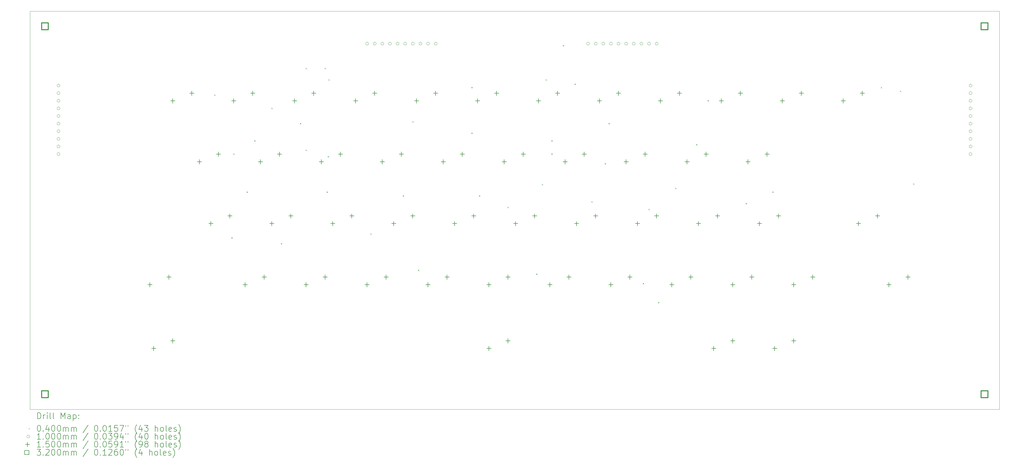
<source format=gbr>
%FSLAX45Y45*%
G04 Gerber Fmt 4.5, Leading zero omitted, Abs format (unit mm)*
G04 Created by KiCad (PCBNEW (6.0.1)) date 2022-07-30 17:19:56*
%MOMM*%
%LPD*%
G01*
G04 APERTURE LIST*
%TA.AperFunction,Profile*%
%ADD10C,0.100000*%
%TD*%
%ADD11C,0.200000*%
%ADD12C,0.040000*%
%ADD13C,0.100000*%
%ADD14C,0.150000*%
%ADD15C,0.320000*%
G04 APERTURE END LIST*
D10*
X4381500Y-9334500D02*
X36703000Y-9334500D01*
X36703000Y-9334500D02*
X36703000Y-22606000D01*
X36703000Y-22606000D02*
X4381500Y-22606000D01*
X4381500Y-22606000D02*
X4381500Y-9334500D01*
D11*
D12*
X10521000Y-12108500D02*
X10561000Y-12148500D01*
X10561000Y-12108500D02*
X10521000Y-12148500D01*
X11092500Y-16871000D02*
X11132500Y-16911000D01*
X11132500Y-16871000D02*
X11092500Y-16911000D01*
X11156000Y-14077000D02*
X11196000Y-14117000D01*
X11196000Y-14077000D02*
X11156000Y-14117000D01*
X11600500Y-15347000D02*
X11640500Y-15387000D01*
X11640500Y-15347000D02*
X11600500Y-15387000D01*
X11854500Y-13632500D02*
X11894500Y-13672500D01*
X11894500Y-13632500D02*
X11854500Y-13672500D01*
X12426000Y-12553000D02*
X12466000Y-12593000D01*
X12466000Y-12553000D02*
X12426000Y-12593000D01*
X12743500Y-17061500D02*
X12783500Y-17101500D01*
X12783500Y-17061500D02*
X12743500Y-17101500D01*
X13378500Y-13061000D02*
X13418500Y-13101000D01*
X13418500Y-13061000D02*
X13378500Y-13101000D01*
X13569000Y-11219500D02*
X13609000Y-11259500D01*
X13609000Y-11219500D02*
X13569000Y-11259500D01*
X13569000Y-13950000D02*
X13609000Y-13990000D01*
X13609000Y-13950000D02*
X13569000Y-13990000D01*
X14204000Y-11219500D02*
X14244000Y-11259500D01*
X14244000Y-11219500D02*
X14204000Y-11259500D01*
X14267500Y-15347000D02*
X14307500Y-15387000D01*
X14307500Y-15347000D02*
X14267500Y-15387000D01*
X14307951Y-14163549D02*
X14347951Y-14203549D01*
X14347951Y-14163549D02*
X14307951Y-14203549D01*
X14331000Y-11600500D02*
X14371000Y-11640500D01*
X14371000Y-11600500D02*
X14331000Y-11640500D01*
X15728000Y-16744000D02*
X15768000Y-16784000D01*
X15768000Y-16744000D02*
X15728000Y-16784000D01*
X16807500Y-15474000D02*
X16847500Y-15514000D01*
X16847500Y-15474000D02*
X16807500Y-15514000D01*
X17125000Y-12997500D02*
X17165000Y-13037500D01*
X17165000Y-12997500D02*
X17125000Y-13037500D01*
X17315500Y-17950500D02*
X17355500Y-17990500D01*
X17355500Y-17950500D02*
X17315500Y-17990500D01*
X19093500Y-11854500D02*
X19133500Y-11894500D01*
X19133500Y-11854500D02*
X19093500Y-11894500D01*
X19093500Y-13378500D02*
X19133500Y-13418500D01*
X19133500Y-13378500D02*
X19093500Y-13418500D01*
X19347500Y-15474000D02*
X19387500Y-15514000D01*
X19387500Y-15474000D02*
X19347500Y-15514000D01*
X20300000Y-15855000D02*
X20340000Y-15895000D01*
X20340000Y-15855000D02*
X20300000Y-15895000D01*
X21252500Y-18077500D02*
X21292500Y-18117500D01*
X21292500Y-18077500D02*
X21252500Y-18117500D01*
X21443000Y-15093000D02*
X21483000Y-15133000D01*
X21483000Y-15093000D02*
X21443000Y-15133000D01*
X21570000Y-11600500D02*
X21610000Y-11640500D01*
X21610000Y-11600500D02*
X21570000Y-11640500D01*
X21760500Y-13632500D02*
X21800500Y-13672500D01*
X21800500Y-13632500D02*
X21760500Y-13672500D01*
X21760500Y-14077000D02*
X21800500Y-14117000D01*
X21800500Y-14077000D02*
X21760500Y-14117000D01*
X22141500Y-10457500D02*
X22181500Y-10497500D01*
X22181500Y-10457500D02*
X22141500Y-10497500D01*
X22531867Y-11747683D02*
X22571867Y-11787683D01*
X22571867Y-11747683D02*
X22531867Y-11787683D01*
X23094000Y-15664500D02*
X23134000Y-15704500D01*
X23134000Y-15664500D02*
X23094000Y-15704500D01*
X23538500Y-14394500D02*
X23578500Y-14434500D01*
X23578500Y-14394500D02*
X23538500Y-14434500D01*
X23665500Y-13061000D02*
X23705500Y-13101000D01*
X23705500Y-13061000D02*
X23665500Y-13101000D01*
X24808500Y-18395000D02*
X24848500Y-18435000D01*
X24848500Y-18395000D02*
X24808500Y-18435000D01*
X24999000Y-15918500D02*
X25039000Y-15958500D01*
X25039000Y-15918500D02*
X24999000Y-15958500D01*
X25316500Y-19030000D02*
X25356500Y-19070000D01*
X25356500Y-19030000D02*
X25316500Y-19070000D01*
X25888000Y-15220000D02*
X25928000Y-15260000D01*
X25928000Y-15220000D02*
X25888000Y-15260000D01*
X26586500Y-13759500D02*
X26626500Y-13799500D01*
X26626500Y-13759500D02*
X26586500Y-13799500D01*
X26967500Y-12299000D02*
X27007500Y-12339000D01*
X27007500Y-12299000D02*
X26967500Y-12339000D01*
X28237500Y-15728000D02*
X28277500Y-15768000D01*
X28277500Y-15728000D02*
X28237500Y-15768000D01*
X29126500Y-15347000D02*
X29166500Y-15387000D01*
X29166500Y-15347000D02*
X29126500Y-15387000D01*
X32746000Y-11854500D02*
X32786000Y-11894500D01*
X32786000Y-11854500D02*
X32746000Y-11894500D01*
X33381000Y-11981500D02*
X33421000Y-12021500D01*
X33421000Y-11981500D02*
X33381000Y-12021500D01*
X33820904Y-15076911D02*
X33860904Y-15116911D01*
X33860904Y-15076911D02*
X33820904Y-15116911D01*
D13*
X5384000Y-11811500D02*
G75*
G03*
X5384000Y-11811500I-50000J0D01*
G01*
X5384000Y-12065500D02*
G75*
G03*
X5384000Y-12065500I-50000J0D01*
G01*
X5384000Y-12319500D02*
G75*
G03*
X5384000Y-12319500I-50000J0D01*
G01*
X5384000Y-12573500D02*
G75*
G03*
X5384000Y-12573500I-50000J0D01*
G01*
X5384000Y-12827500D02*
G75*
G03*
X5384000Y-12827500I-50000J0D01*
G01*
X5384000Y-13081500D02*
G75*
G03*
X5384000Y-13081500I-50000J0D01*
G01*
X5384000Y-13335500D02*
G75*
G03*
X5384000Y-13335500I-50000J0D01*
G01*
X5384000Y-13589500D02*
G75*
G03*
X5384000Y-13589500I-50000J0D01*
G01*
X5384000Y-13843500D02*
G75*
G03*
X5384000Y-13843500I-50000J0D01*
G01*
X5384000Y-14097500D02*
G75*
G03*
X5384000Y-14097500I-50000J0D01*
G01*
X15671000Y-10414000D02*
G75*
G03*
X15671000Y-10414000I-50000J0D01*
G01*
X15925000Y-10414000D02*
G75*
G03*
X15925000Y-10414000I-50000J0D01*
G01*
X16179000Y-10414000D02*
G75*
G03*
X16179000Y-10414000I-50000J0D01*
G01*
X16433000Y-10414000D02*
G75*
G03*
X16433000Y-10414000I-50000J0D01*
G01*
X16687000Y-10414000D02*
G75*
G03*
X16687000Y-10414000I-50000J0D01*
G01*
X16941000Y-10414000D02*
G75*
G03*
X16941000Y-10414000I-50000J0D01*
G01*
X17195000Y-10414000D02*
G75*
G03*
X17195000Y-10414000I-50000J0D01*
G01*
X17449000Y-10414000D02*
G75*
G03*
X17449000Y-10414000I-50000J0D01*
G01*
X17703000Y-10414000D02*
G75*
G03*
X17703000Y-10414000I-50000J0D01*
G01*
X17957000Y-10414000D02*
G75*
G03*
X17957000Y-10414000I-50000J0D01*
G01*
X23037000Y-10414000D02*
G75*
G03*
X23037000Y-10414000I-50000J0D01*
G01*
X23291000Y-10414000D02*
G75*
G03*
X23291000Y-10414000I-50000J0D01*
G01*
X23545000Y-10414000D02*
G75*
G03*
X23545000Y-10414000I-50000J0D01*
G01*
X23799000Y-10414000D02*
G75*
G03*
X23799000Y-10414000I-50000J0D01*
G01*
X24053000Y-10414000D02*
G75*
G03*
X24053000Y-10414000I-50000J0D01*
G01*
X24307000Y-10414000D02*
G75*
G03*
X24307000Y-10414000I-50000J0D01*
G01*
X24561000Y-10414000D02*
G75*
G03*
X24561000Y-10414000I-50000J0D01*
G01*
X24815000Y-10414000D02*
G75*
G03*
X24815000Y-10414000I-50000J0D01*
G01*
X25069000Y-10414000D02*
G75*
G03*
X25069000Y-10414000I-50000J0D01*
G01*
X25323000Y-10414000D02*
G75*
G03*
X25323000Y-10414000I-50000J0D01*
G01*
X35790000Y-11811500D02*
G75*
G03*
X35790000Y-11811500I-50000J0D01*
G01*
X35790000Y-12065500D02*
G75*
G03*
X35790000Y-12065500I-50000J0D01*
G01*
X35790000Y-12319500D02*
G75*
G03*
X35790000Y-12319500I-50000J0D01*
G01*
X35790000Y-12573500D02*
G75*
G03*
X35790000Y-12573500I-50000J0D01*
G01*
X35790000Y-12827500D02*
G75*
G03*
X35790000Y-12827500I-50000J0D01*
G01*
X35790000Y-13081500D02*
G75*
G03*
X35790000Y-13081500I-50000J0D01*
G01*
X35790000Y-13335500D02*
G75*
G03*
X35790000Y-13335500I-50000J0D01*
G01*
X35790000Y-13589500D02*
G75*
G03*
X35790000Y-13589500I-50000J0D01*
G01*
X35790000Y-13843500D02*
G75*
G03*
X35790000Y-13843500I-50000J0D01*
G01*
X35790000Y-14097500D02*
G75*
G03*
X35790000Y-14097500I-50000J0D01*
G01*
D14*
X8382000Y-18379000D02*
X8382000Y-18529000D01*
X8307000Y-18454000D02*
X8457000Y-18454000D01*
X8509000Y-20499000D02*
X8509000Y-20649000D01*
X8434000Y-20574000D02*
X8584000Y-20574000D01*
X9017000Y-18125000D02*
X9017000Y-18275000D01*
X8942000Y-18200000D02*
X9092000Y-18200000D01*
X9144000Y-12244000D02*
X9144000Y-12394000D01*
X9069000Y-12319000D02*
X9219000Y-12319000D01*
X9144000Y-20245000D02*
X9144000Y-20395000D01*
X9069000Y-20320000D02*
X9219000Y-20320000D01*
X9779000Y-11990000D02*
X9779000Y-12140000D01*
X9704000Y-12065000D02*
X9854000Y-12065000D01*
X10033000Y-14276000D02*
X10033000Y-14426000D01*
X9958000Y-14351000D02*
X10108000Y-14351000D01*
X10414000Y-16340000D02*
X10414000Y-16490000D01*
X10339000Y-16415000D02*
X10489000Y-16415000D01*
X10668000Y-14022000D02*
X10668000Y-14172000D01*
X10593000Y-14097000D02*
X10743000Y-14097000D01*
X11049000Y-16086000D02*
X11049000Y-16236000D01*
X10974000Y-16161000D02*
X11124000Y-16161000D01*
X11176000Y-12244000D02*
X11176000Y-12394000D01*
X11101000Y-12319000D02*
X11251000Y-12319000D01*
X11557000Y-18379000D02*
X11557000Y-18529000D01*
X11482000Y-18454000D02*
X11632000Y-18454000D01*
X11811000Y-11990000D02*
X11811000Y-12140000D01*
X11736000Y-12065000D02*
X11886000Y-12065000D01*
X12065000Y-14276000D02*
X12065000Y-14426000D01*
X11990000Y-14351000D02*
X12140000Y-14351000D01*
X12192000Y-18125000D02*
X12192000Y-18275000D01*
X12117000Y-18200000D02*
X12267000Y-18200000D01*
X12446000Y-16340000D02*
X12446000Y-16490000D01*
X12371000Y-16415000D02*
X12521000Y-16415000D01*
X12700000Y-14022000D02*
X12700000Y-14172000D01*
X12625000Y-14097000D02*
X12775000Y-14097000D01*
X13081000Y-16086000D02*
X13081000Y-16236000D01*
X13006000Y-16161000D02*
X13156000Y-16161000D01*
X13208000Y-12244000D02*
X13208000Y-12394000D01*
X13133000Y-12319000D02*
X13283000Y-12319000D01*
X13589000Y-18379000D02*
X13589000Y-18529000D01*
X13514000Y-18454000D02*
X13664000Y-18454000D01*
X13843000Y-11990000D02*
X13843000Y-12140000D01*
X13768000Y-12065000D02*
X13918000Y-12065000D01*
X14097000Y-14276000D02*
X14097000Y-14426000D01*
X14022000Y-14351000D02*
X14172000Y-14351000D01*
X14224000Y-18125000D02*
X14224000Y-18275000D01*
X14149000Y-18200000D02*
X14299000Y-18200000D01*
X14478000Y-16340000D02*
X14478000Y-16490000D01*
X14403000Y-16415000D02*
X14553000Y-16415000D01*
X14732000Y-14022000D02*
X14732000Y-14172000D01*
X14657000Y-14097000D02*
X14807000Y-14097000D01*
X15113000Y-16086000D02*
X15113000Y-16236000D01*
X15038000Y-16161000D02*
X15188000Y-16161000D01*
X15240000Y-12244000D02*
X15240000Y-12394000D01*
X15165000Y-12319000D02*
X15315000Y-12319000D01*
X15621000Y-18379000D02*
X15621000Y-18529000D01*
X15546000Y-18454000D02*
X15696000Y-18454000D01*
X15875000Y-11990000D02*
X15875000Y-12140000D01*
X15800000Y-12065000D02*
X15950000Y-12065000D01*
X16129000Y-14276000D02*
X16129000Y-14426000D01*
X16054000Y-14351000D02*
X16204000Y-14351000D01*
X16256000Y-18125000D02*
X16256000Y-18275000D01*
X16181000Y-18200000D02*
X16331000Y-18200000D01*
X16510000Y-16340000D02*
X16510000Y-16490000D01*
X16435000Y-16415000D02*
X16585000Y-16415000D01*
X16764000Y-14022000D02*
X16764000Y-14172000D01*
X16689000Y-14097000D02*
X16839000Y-14097000D01*
X17145000Y-16086000D02*
X17145000Y-16236000D01*
X17070000Y-16161000D02*
X17220000Y-16161000D01*
X17272000Y-12244000D02*
X17272000Y-12394000D01*
X17197000Y-12319000D02*
X17347000Y-12319000D01*
X17653000Y-18379000D02*
X17653000Y-18529000D01*
X17578000Y-18454000D02*
X17728000Y-18454000D01*
X17907000Y-11990000D02*
X17907000Y-12140000D01*
X17832000Y-12065000D02*
X17982000Y-12065000D01*
X18161000Y-14276000D02*
X18161000Y-14426000D01*
X18086000Y-14351000D02*
X18236000Y-14351000D01*
X18288000Y-18125000D02*
X18288000Y-18275000D01*
X18213000Y-18200000D02*
X18363000Y-18200000D01*
X18542000Y-16340000D02*
X18542000Y-16490000D01*
X18467000Y-16415000D02*
X18617000Y-16415000D01*
X18796000Y-14022000D02*
X18796000Y-14172000D01*
X18721000Y-14097000D02*
X18871000Y-14097000D01*
X19177000Y-16086000D02*
X19177000Y-16236000D01*
X19102000Y-16161000D02*
X19252000Y-16161000D01*
X19304000Y-12244000D02*
X19304000Y-12394000D01*
X19229000Y-12319000D02*
X19379000Y-12319000D01*
X19685000Y-18379000D02*
X19685000Y-18529000D01*
X19610000Y-18454000D02*
X19760000Y-18454000D01*
X19685000Y-20499000D02*
X19685000Y-20649000D01*
X19610000Y-20574000D02*
X19760000Y-20574000D01*
X19939000Y-11990000D02*
X19939000Y-12140000D01*
X19864000Y-12065000D02*
X20014000Y-12065000D01*
X20193000Y-14276000D02*
X20193000Y-14426000D01*
X20118000Y-14351000D02*
X20268000Y-14351000D01*
X20320000Y-18125000D02*
X20320000Y-18275000D01*
X20245000Y-18200000D02*
X20395000Y-18200000D01*
X20320000Y-20245000D02*
X20320000Y-20395000D01*
X20245000Y-20320000D02*
X20395000Y-20320000D01*
X20574000Y-16340000D02*
X20574000Y-16490000D01*
X20499000Y-16415000D02*
X20649000Y-16415000D01*
X20828000Y-14022000D02*
X20828000Y-14172000D01*
X20753000Y-14097000D02*
X20903000Y-14097000D01*
X21209000Y-16086000D02*
X21209000Y-16236000D01*
X21134000Y-16161000D02*
X21284000Y-16161000D01*
X21336000Y-12244000D02*
X21336000Y-12394000D01*
X21261000Y-12319000D02*
X21411000Y-12319000D01*
X21717000Y-18379000D02*
X21717000Y-18529000D01*
X21642000Y-18454000D02*
X21792000Y-18454000D01*
X21971000Y-11990000D02*
X21971000Y-12140000D01*
X21896000Y-12065000D02*
X22046000Y-12065000D01*
X22225000Y-14276000D02*
X22225000Y-14426000D01*
X22150000Y-14351000D02*
X22300000Y-14351000D01*
X22352000Y-18125000D02*
X22352000Y-18275000D01*
X22277000Y-18200000D02*
X22427000Y-18200000D01*
X22606000Y-16340000D02*
X22606000Y-16490000D01*
X22531000Y-16415000D02*
X22681000Y-16415000D01*
X22860000Y-14022000D02*
X22860000Y-14172000D01*
X22785000Y-14097000D02*
X22935000Y-14097000D01*
X23241000Y-16086000D02*
X23241000Y-16236000D01*
X23166000Y-16161000D02*
X23316000Y-16161000D01*
X23368000Y-12244000D02*
X23368000Y-12394000D01*
X23293000Y-12319000D02*
X23443000Y-12319000D01*
X23749000Y-18379000D02*
X23749000Y-18529000D01*
X23674000Y-18454000D02*
X23824000Y-18454000D01*
X24003000Y-11990000D02*
X24003000Y-12140000D01*
X23928000Y-12065000D02*
X24078000Y-12065000D01*
X24257000Y-14276000D02*
X24257000Y-14426000D01*
X24182000Y-14351000D02*
X24332000Y-14351000D01*
X24384000Y-18125000D02*
X24384000Y-18275000D01*
X24309000Y-18200000D02*
X24459000Y-18200000D01*
X24638000Y-16340000D02*
X24638000Y-16490000D01*
X24563000Y-16415000D02*
X24713000Y-16415000D01*
X24892000Y-14022000D02*
X24892000Y-14172000D01*
X24817000Y-14097000D02*
X24967000Y-14097000D01*
X25273000Y-16086000D02*
X25273000Y-16236000D01*
X25198000Y-16161000D02*
X25348000Y-16161000D01*
X25400000Y-12244000D02*
X25400000Y-12394000D01*
X25325000Y-12319000D02*
X25475000Y-12319000D01*
X25781000Y-18379000D02*
X25781000Y-18529000D01*
X25706000Y-18454000D02*
X25856000Y-18454000D01*
X26035000Y-11990000D02*
X26035000Y-12140000D01*
X25960000Y-12065000D02*
X26110000Y-12065000D01*
X26289000Y-14276000D02*
X26289000Y-14426000D01*
X26214000Y-14351000D02*
X26364000Y-14351000D01*
X26416000Y-18125000D02*
X26416000Y-18275000D01*
X26341000Y-18200000D02*
X26491000Y-18200000D01*
X26670000Y-16340000D02*
X26670000Y-16490000D01*
X26595000Y-16415000D02*
X26745000Y-16415000D01*
X26924000Y-14022000D02*
X26924000Y-14172000D01*
X26849000Y-14097000D02*
X26999000Y-14097000D01*
X27178000Y-20499000D02*
X27178000Y-20649000D01*
X27103000Y-20574000D02*
X27253000Y-20574000D01*
X27305000Y-16086000D02*
X27305000Y-16236000D01*
X27230000Y-16161000D02*
X27380000Y-16161000D01*
X27432000Y-12244000D02*
X27432000Y-12394000D01*
X27357000Y-12319000D02*
X27507000Y-12319000D01*
X27813000Y-18379000D02*
X27813000Y-18529000D01*
X27738000Y-18454000D02*
X27888000Y-18454000D01*
X27813000Y-20245000D02*
X27813000Y-20395000D01*
X27738000Y-20320000D02*
X27888000Y-20320000D01*
X28067000Y-11990000D02*
X28067000Y-12140000D01*
X27992000Y-12065000D02*
X28142000Y-12065000D01*
X28321000Y-14276000D02*
X28321000Y-14426000D01*
X28246000Y-14351000D02*
X28396000Y-14351000D01*
X28448000Y-18125000D02*
X28448000Y-18275000D01*
X28373000Y-18200000D02*
X28523000Y-18200000D01*
X28702000Y-16340000D02*
X28702000Y-16490000D01*
X28627000Y-16415000D02*
X28777000Y-16415000D01*
X28956000Y-14022000D02*
X28956000Y-14172000D01*
X28881000Y-14097000D02*
X29031000Y-14097000D01*
X29210000Y-20499000D02*
X29210000Y-20649000D01*
X29135000Y-20574000D02*
X29285000Y-20574000D01*
X29337000Y-16086000D02*
X29337000Y-16236000D01*
X29262000Y-16161000D02*
X29412000Y-16161000D01*
X29464000Y-12244000D02*
X29464000Y-12394000D01*
X29389000Y-12319000D02*
X29539000Y-12319000D01*
X29845000Y-18379000D02*
X29845000Y-18529000D01*
X29770000Y-18454000D02*
X29920000Y-18454000D01*
X29845000Y-20245000D02*
X29845000Y-20395000D01*
X29770000Y-20320000D02*
X29920000Y-20320000D01*
X30099000Y-11990000D02*
X30099000Y-12140000D01*
X30024000Y-12065000D02*
X30174000Y-12065000D01*
X30480000Y-18125000D02*
X30480000Y-18275000D01*
X30405000Y-18200000D02*
X30555000Y-18200000D01*
X31496000Y-12244000D02*
X31496000Y-12394000D01*
X31421000Y-12319000D02*
X31571000Y-12319000D01*
X32004000Y-16340000D02*
X32004000Y-16490000D01*
X31929000Y-16415000D02*
X32079000Y-16415000D01*
X32131000Y-11990000D02*
X32131000Y-12140000D01*
X32056000Y-12065000D02*
X32206000Y-12065000D01*
X32639000Y-16086000D02*
X32639000Y-16236000D01*
X32564000Y-16161000D02*
X32714000Y-16161000D01*
X33020000Y-18379000D02*
X33020000Y-18529000D01*
X32945000Y-18454000D02*
X33095000Y-18454000D01*
X33655000Y-18125000D02*
X33655000Y-18275000D01*
X33580000Y-18200000D02*
X33730000Y-18200000D01*
D15*
X4994638Y-9947638D02*
X4994638Y-9721362D01*
X4768362Y-9721362D01*
X4768362Y-9947638D01*
X4994638Y-9947638D01*
X4994638Y-22219138D02*
X4994638Y-21992862D01*
X4768362Y-21992862D01*
X4768362Y-22219138D01*
X4994638Y-22219138D01*
X36316138Y-9947638D02*
X36316138Y-9721362D01*
X36089862Y-9721362D01*
X36089862Y-9947638D01*
X36316138Y-9947638D01*
X36316138Y-22219138D02*
X36316138Y-21992862D01*
X36089862Y-21992862D01*
X36089862Y-22219138D01*
X36316138Y-22219138D01*
D11*
X4634119Y-22921476D02*
X4634119Y-22721476D01*
X4681738Y-22721476D01*
X4710310Y-22731000D01*
X4729357Y-22750048D01*
X4738881Y-22769095D01*
X4748405Y-22807190D01*
X4748405Y-22835762D01*
X4738881Y-22873857D01*
X4729357Y-22892905D01*
X4710310Y-22911952D01*
X4681738Y-22921476D01*
X4634119Y-22921476D01*
X4834119Y-22921476D02*
X4834119Y-22788143D01*
X4834119Y-22826238D02*
X4843643Y-22807190D01*
X4853167Y-22797667D01*
X4872214Y-22788143D01*
X4891262Y-22788143D01*
X4957929Y-22921476D02*
X4957929Y-22788143D01*
X4957929Y-22721476D02*
X4948405Y-22731000D01*
X4957929Y-22740524D01*
X4967452Y-22731000D01*
X4957929Y-22721476D01*
X4957929Y-22740524D01*
X5081738Y-22921476D02*
X5062690Y-22911952D01*
X5053167Y-22892905D01*
X5053167Y-22721476D01*
X5186500Y-22921476D02*
X5167452Y-22911952D01*
X5157929Y-22892905D01*
X5157929Y-22721476D01*
X5415071Y-22921476D02*
X5415071Y-22721476D01*
X5481738Y-22864333D01*
X5548405Y-22721476D01*
X5548405Y-22921476D01*
X5729357Y-22921476D02*
X5729357Y-22816714D01*
X5719833Y-22797667D01*
X5700786Y-22788143D01*
X5662690Y-22788143D01*
X5643643Y-22797667D01*
X5729357Y-22911952D02*
X5710309Y-22921476D01*
X5662690Y-22921476D01*
X5643643Y-22911952D01*
X5634119Y-22892905D01*
X5634119Y-22873857D01*
X5643643Y-22854809D01*
X5662690Y-22845286D01*
X5710309Y-22845286D01*
X5729357Y-22835762D01*
X5824595Y-22788143D02*
X5824595Y-22988143D01*
X5824595Y-22797667D02*
X5843643Y-22788143D01*
X5881738Y-22788143D01*
X5900786Y-22797667D01*
X5910309Y-22807190D01*
X5919833Y-22826238D01*
X5919833Y-22883381D01*
X5910309Y-22902428D01*
X5900786Y-22911952D01*
X5881738Y-22921476D01*
X5843643Y-22921476D01*
X5824595Y-22911952D01*
X6005548Y-22902428D02*
X6015071Y-22911952D01*
X6005548Y-22921476D01*
X5996024Y-22911952D01*
X6005548Y-22902428D01*
X6005548Y-22921476D01*
X6005548Y-22797667D02*
X6015071Y-22807190D01*
X6005548Y-22816714D01*
X5996024Y-22807190D01*
X6005548Y-22797667D01*
X6005548Y-22816714D01*
D12*
X4336500Y-23231000D02*
X4376500Y-23271000D01*
X4376500Y-23231000D02*
X4336500Y-23271000D01*
D11*
X4672214Y-23141476D02*
X4691262Y-23141476D01*
X4710310Y-23151000D01*
X4719833Y-23160524D01*
X4729357Y-23179571D01*
X4738881Y-23217667D01*
X4738881Y-23265286D01*
X4729357Y-23303381D01*
X4719833Y-23322428D01*
X4710310Y-23331952D01*
X4691262Y-23341476D01*
X4672214Y-23341476D01*
X4653167Y-23331952D01*
X4643643Y-23322428D01*
X4634119Y-23303381D01*
X4624595Y-23265286D01*
X4624595Y-23217667D01*
X4634119Y-23179571D01*
X4643643Y-23160524D01*
X4653167Y-23151000D01*
X4672214Y-23141476D01*
X4824595Y-23322428D02*
X4834119Y-23331952D01*
X4824595Y-23341476D01*
X4815071Y-23331952D01*
X4824595Y-23322428D01*
X4824595Y-23341476D01*
X5005548Y-23208143D02*
X5005548Y-23341476D01*
X4957929Y-23131952D02*
X4910310Y-23274809D01*
X5034119Y-23274809D01*
X5148405Y-23141476D02*
X5167452Y-23141476D01*
X5186500Y-23151000D01*
X5196024Y-23160524D01*
X5205548Y-23179571D01*
X5215071Y-23217667D01*
X5215071Y-23265286D01*
X5205548Y-23303381D01*
X5196024Y-23322428D01*
X5186500Y-23331952D01*
X5167452Y-23341476D01*
X5148405Y-23341476D01*
X5129357Y-23331952D01*
X5119833Y-23322428D01*
X5110310Y-23303381D01*
X5100786Y-23265286D01*
X5100786Y-23217667D01*
X5110310Y-23179571D01*
X5119833Y-23160524D01*
X5129357Y-23151000D01*
X5148405Y-23141476D01*
X5338881Y-23141476D02*
X5357929Y-23141476D01*
X5376976Y-23151000D01*
X5386500Y-23160524D01*
X5396024Y-23179571D01*
X5405548Y-23217667D01*
X5405548Y-23265286D01*
X5396024Y-23303381D01*
X5386500Y-23322428D01*
X5376976Y-23331952D01*
X5357929Y-23341476D01*
X5338881Y-23341476D01*
X5319833Y-23331952D01*
X5310310Y-23322428D01*
X5300786Y-23303381D01*
X5291262Y-23265286D01*
X5291262Y-23217667D01*
X5300786Y-23179571D01*
X5310310Y-23160524D01*
X5319833Y-23151000D01*
X5338881Y-23141476D01*
X5491262Y-23341476D02*
X5491262Y-23208143D01*
X5491262Y-23227190D02*
X5500786Y-23217667D01*
X5519833Y-23208143D01*
X5548405Y-23208143D01*
X5567452Y-23217667D01*
X5576976Y-23236714D01*
X5576976Y-23341476D01*
X5576976Y-23236714D02*
X5586500Y-23217667D01*
X5605548Y-23208143D01*
X5634119Y-23208143D01*
X5653167Y-23217667D01*
X5662690Y-23236714D01*
X5662690Y-23341476D01*
X5757928Y-23341476D02*
X5757928Y-23208143D01*
X5757928Y-23227190D02*
X5767452Y-23217667D01*
X5786500Y-23208143D01*
X5815071Y-23208143D01*
X5834119Y-23217667D01*
X5843643Y-23236714D01*
X5843643Y-23341476D01*
X5843643Y-23236714D02*
X5853167Y-23217667D01*
X5872214Y-23208143D01*
X5900786Y-23208143D01*
X5919833Y-23217667D01*
X5929357Y-23236714D01*
X5929357Y-23341476D01*
X6319833Y-23131952D02*
X6148405Y-23389095D01*
X6576976Y-23141476D02*
X6596024Y-23141476D01*
X6615071Y-23151000D01*
X6624595Y-23160524D01*
X6634119Y-23179571D01*
X6643643Y-23217667D01*
X6643643Y-23265286D01*
X6634119Y-23303381D01*
X6624595Y-23322428D01*
X6615071Y-23331952D01*
X6596024Y-23341476D01*
X6576976Y-23341476D01*
X6557928Y-23331952D01*
X6548405Y-23322428D01*
X6538881Y-23303381D01*
X6529357Y-23265286D01*
X6529357Y-23217667D01*
X6538881Y-23179571D01*
X6548405Y-23160524D01*
X6557928Y-23151000D01*
X6576976Y-23141476D01*
X6729357Y-23322428D02*
X6738881Y-23331952D01*
X6729357Y-23341476D01*
X6719833Y-23331952D01*
X6729357Y-23322428D01*
X6729357Y-23341476D01*
X6862690Y-23141476D02*
X6881738Y-23141476D01*
X6900786Y-23151000D01*
X6910309Y-23160524D01*
X6919833Y-23179571D01*
X6929357Y-23217667D01*
X6929357Y-23265286D01*
X6919833Y-23303381D01*
X6910309Y-23322428D01*
X6900786Y-23331952D01*
X6881738Y-23341476D01*
X6862690Y-23341476D01*
X6843643Y-23331952D01*
X6834119Y-23322428D01*
X6824595Y-23303381D01*
X6815071Y-23265286D01*
X6815071Y-23217667D01*
X6824595Y-23179571D01*
X6834119Y-23160524D01*
X6843643Y-23151000D01*
X6862690Y-23141476D01*
X7119833Y-23341476D02*
X7005548Y-23341476D01*
X7062690Y-23341476D02*
X7062690Y-23141476D01*
X7043643Y-23170048D01*
X7024595Y-23189095D01*
X7005548Y-23198619D01*
X7300786Y-23141476D02*
X7205548Y-23141476D01*
X7196024Y-23236714D01*
X7205548Y-23227190D01*
X7224595Y-23217667D01*
X7272214Y-23217667D01*
X7291262Y-23227190D01*
X7300786Y-23236714D01*
X7310309Y-23255762D01*
X7310309Y-23303381D01*
X7300786Y-23322428D01*
X7291262Y-23331952D01*
X7272214Y-23341476D01*
X7224595Y-23341476D01*
X7205548Y-23331952D01*
X7196024Y-23322428D01*
X7376976Y-23141476D02*
X7510309Y-23141476D01*
X7424595Y-23341476D01*
X7576976Y-23141476D02*
X7576976Y-23179571D01*
X7653167Y-23141476D02*
X7653167Y-23179571D01*
X7948405Y-23417667D02*
X7938881Y-23408143D01*
X7919833Y-23379571D01*
X7910309Y-23360524D01*
X7900786Y-23331952D01*
X7891262Y-23284333D01*
X7891262Y-23246238D01*
X7900786Y-23198619D01*
X7910309Y-23170048D01*
X7919833Y-23151000D01*
X7938881Y-23122428D01*
X7948405Y-23112905D01*
X8110309Y-23208143D02*
X8110309Y-23341476D01*
X8062690Y-23131952D02*
X8015071Y-23274809D01*
X8138881Y-23274809D01*
X8196024Y-23141476D02*
X8319833Y-23141476D01*
X8253167Y-23217667D01*
X8281738Y-23217667D01*
X8300786Y-23227190D01*
X8310309Y-23236714D01*
X8319833Y-23255762D01*
X8319833Y-23303381D01*
X8310309Y-23322428D01*
X8300786Y-23331952D01*
X8281738Y-23341476D01*
X8224595Y-23341476D01*
X8205548Y-23331952D01*
X8196024Y-23322428D01*
X8557929Y-23341476D02*
X8557929Y-23141476D01*
X8643643Y-23341476D02*
X8643643Y-23236714D01*
X8634119Y-23217667D01*
X8615071Y-23208143D01*
X8586500Y-23208143D01*
X8567452Y-23217667D01*
X8557929Y-23227190D01*
X8767452Y-23341476D02*
X8748405Y-23331952D01*
X8738881Y-23322428D01*
X8729357Y-23303381D01*
X8729357Y-23246238D01*
X8738881Y-23227190D01*
X8748405Y-23217667D01*
X8767452Y-23208143D01*
X8796024Y-23208143D01*
X8815071Y-23217667D01*
X8824595Y-23227190D01*
X8834119Y-23246238D01*
X8834119Y-23303381D01*
X8824595Y-23322428D01*
X8815071Y-23331952D01*
X8796024Y-23341476D01*
X8767452Y-23341476D01*
X8948405Y-23341476D02*
X8929357Y-23331952D01*
X8919833Y-23312905D01*
X8919833Y-23141476D01*
X9100786Y-23331952D02*
X9081738Y-23341476D01*
X9043643Y-23341476D01*
X9024595Y-23331952D01*
X9015071Y-23312905D01*
X9015071Y-23236714D01*
X9024595Y-23217667D01*
X9043643Y-23208143D01*
X9081738Y-23208143D01*
X9100786Y-23217667D01*
X9110310Y-23236714D01*
X9110310Y-23255762D01*
X9015071Y-23274809D01*
X9186500Y-23331952D02*
X9205548Y-23341476D01*
X9243643Y-23341476D01*
X9262690Y-23331952D01*
X9272214Y-23312905D01*
X9272214Y-23303381D01*
X9262690Y-23284333D01*
X9243643Y-23274809D01*
X9215071Y-23274809D01*
X9196024Y-23265286D01*
X9186500Y-23246238D01*
X9186500Y-23236714D01*
X9196024Y-23217667D01*
X9215071Y-23208143D01*
X9243643Y-23208143D01*
X9262690Y-23217667D01*
X9338881Y-23417667D02*
X9348405Y-23408143D01*
X9367452Y-23379571D01*
X9376976Y-23360524D01*
X9386500Y-23331952D01*
X9396024Y-23284333D01*
X9396024Y-23246238D01*
X9386500Y-23198619D01*
X9376976Y-23170048D01*
X9367452Y-23151000D01*
X9348405Y-23122428D01*
X9338881Y-23112905D01*
D13*
X4376500Y-23515000D02*
G75*
G03*
X4376500Y-23515000I-50000J0D01*
G01*
D11*
X4738881Y-23605476D02*
X4624595Y-23605476D01*
X4681738Y-23605476D02*
X4681738Y-23405476D01*
X4662690Y-23434048D01*
X4643643Y-23453095D01*
X4624595Y-23462619D01*
X4824595Y-23586428D02*
X4834119Y-23595952D01*
X4824595Y-23605476D01*
X4815071Y-23595952D01*
X4824595Y-23586428D01*
X4824595Y-23605476D01*
X4957929Y-23405476D02*
X4976976Y-23405476D01*
X4996024Y-23415000D01*
X5005548Y-23424524D01*
X5015071Y-23443571D01*
X5024595Y-23481667D01*
X5024595Y-23529286D01*
X5015071Y-23567381D01*
X5005548Y-23586428D01*
X4996024Y-23595952D01*
X4976976Y-23605476D01*
X4957929Y-23605476D01*
X4938881Y-23595952D01*
X4929357Y-23586428D01*
X4919833Y-23567381D01*
X4910310Y-23529286D01*
X4910310Y-23481667D01*
X4919833Y-23443571D01*
X4929357Y-23424524D01*
X4938881Y-23415000D01*
X4957929Y-23405476D01*
X5148405Y-23405476D02*
X5167452Y-23405476D01*
X5186500Y-23415000D01*
X5196024Y-23424524D01*
X5205548Y-23443571D01*
X5215071Y-23481667D01*
X5215071Y-23529286D01*
X5205548Y-23567381D01*
X5196024Y-23586428D01*
X5186500Y-23595952D01*
X5167452Y-23605476D01*
X5148405Y-23605476D01*
X5129357Y-23595952D01*
X5119833Y-23586428D01*
X5110310Y-23567381D01*
X5100786Y-23529286D01*
X5100786Y-23481667D01*
X5110310Y-23443571D01*
X5119833Y-23424524D01*
X5129357Y-23415000D01*
X5148405Y-23405476D01*
X5338881Y-23405476D02*
X5357929Y-23405476D01*
X5376976Y-23415000D01*
X5386500Y-23424524D01*
X5396024Y-23443571D01*
X5405548Y-23481667D01*
X5405548Y-23529286D01*
X5396024Y-23567381D01*
X5386500Y-23586428D01*
X5376976Y-23595952D01*
X5357929Y-23605476D01*
X5338881Y-23605476D01*
X5319833Y-23595952D01*
X5310310Y-23586428D01*
X5300786Y-23567381D01*
X5291262Y-23529286D01*
X5291262Y-23481667D01*
X5300786Y-23443571D01*
X5310310Y-23424524D01*
X5319833Y-23415000D01*
X5338881Y-23405476D01*
X5491262Y-23605476D02*
X5491262Y-23472143D01*
X5491262Y-23491190D02*
X5500786Y-23481667D01*
X5519833Y-23472143D01*
X5548405Y-23472143D01*
X5567452Y-23481667D01*
X5576976Y-23500714D01*
X5576976Y-23605476D01*
X5576976Y-23500714D02*
X5586500Y-23481667D01*
X5605548Y-23472143D01*
X5634119Y-23472143D01*
X5653167Y-23481667D01*
X5662690Y-23500714D01*
X5662690Y-23605476D01*
X5757928Y-23605476D02*
X5757928Y-23472143D01*
X5757928Y-23491190D02*
X5767452Y-23481667D01*
X5786500Y-23472143D01*
X5815071Y-23472143D01*
X5834119Y-23481667D01*
X5843643Y-23500714D01*
X5843643Y-23605476D01*
X5843643Y-23500714D02*
X5853167Y-23481667D01*
X5872214Y-23472143D01*
X5900786Y-23472143D01*
X5919833Y-23481667D01*
X5929357Y-23500714D01*
X5929357Y-23605476D01*
X6319833Y-23395952D02*
X6148405Y-23653095D01*
X6576976Y-23405476D02*
X6596024Y-23405476D01*
X6615071Y-23415000D01*
X6624595Y-23424524D01*
X6634119Y-23443571D01*
X6643643Y-23481667D01*
X6643643Y-23529286D01*
X6634119Y-23567381D01*
X6624595Y-23586428D01*
X6615071Y-23595952D01*
X6596024Y-23605476D01*
X6576976Y-23605476D01*
X6557928Y-23595952D01*
X6548405Y-23586428D01*
X6538881Y-23567381D01*
X6529357Y-23529286D01*
X6529357Y-23481667D01*
X6538881Y-23443571D01*
X6548405Y-23424524D01*
X6557928Y-23415000D01*
X6576976Y-23405476D01*
X6729357Y-23586428D02*
X6738881Y-23595952D01*
X6729357Y-23605476D01*
X6719833Y-23595952D01*
X6729357Y-23586428D01*
X6729357Y-23605476D01*
X6862690Y-23405476D02*
X6881738Y-23405476D01*
X6900786Y-23415000D01*
X6910309Y-23424524D01*
X6919833Y-23443571D01*
X6929357Y-23481667D01*
X6929357Y-23529286D01*
X6919833Y-23567381D01*
X6910309Y-23586428D01*
X6900786Y-23595952D01*
X6881738Y-23605476D01*
X6862690Y-23605476D01*
X6843643Y-23595952D01*
X6834119Y-23586428D01*
X6824595Y-23567381D01*
X6815071Y-23529286D01*
X6815071Y-23481667D01*
X6824595Y-23443571D01*
X6834119Y-23424524D01*
X6843643Y-23415000D01*
X6862690Y-23405476D01*
X6996024Y-23405476D02*
X7119833Y-23405476D01*
X7053167Y-23481667D01*
X7081738Y-23481667D01*
X7100786Y-23491190D01*
X7110309Y-23500714D01*
X7119833Y-23519762D01*
X7119833Y-23567381D01*
X7110309Y-23586428D01*
X7100786Y-23595952D01*
X7081738Y-23605476D01*
X7024595Y-23605476D01*
X7005548Y-23595952D01*
X6996024Y-23586428D01*
X7215071Y-23605476D02*
X7253167Y-23605476D01*
X7272214Y-23595952D01*
X7281738Y-23586428D01*
X7300786Y-23557857D01*
X7310309Y-23519762D01*
X7310309Y-23443571D01*
X7300786Y-23424524D01*
X7291262Y-23415000D01*
X7272214Y-23405476D01*
X7234119Y-23405476D01*
X7215071Y-23415000D01*
X7205548Y-23424524D01*
X7196024Y-23443571D01*
X7196024Y-23491190D01*
X7205548Y-23510238D01*
X7215071Y-23519762D01*
X7234119Y-23529286D01*
X7272214Y-23529286D01*
X7291262Y-23519762D01*
X7300786Y-23510238D01*
X7310309Y-23491190D01*
X7481738Y-23472143D02*
X7481738Y-23605476D01*
X7434119Y-23395952D02*
X7386500Y-23538809D01*
X7510309Y-23538809D01*
X7576976Y-23405476D02*
X7576976Y-23443571D01*
X7653167Y-23405476D02*
X7653167Y-23443571D01*
X7948405Y-23681667D02*
X7938881Y-23672143D01*
X7919833Y-23643571D01*
X7910309Y-23624524D01*
X7900786Y-23595952D01*
X7891262Y-23548333D01*
X7891262Y-23510238D01*
X7900786Y-23462619D01*
X7910309Y-23434048D01*
X7919833Y-23415000D01*
X7938881Y-23386428D01*
X7948405Y-23376905D01*
X8110309Y-23472143D02*
X8110309Y-23605476D01*
X8062690Y-23395952D02*
X8015071Y-23538809D01*
X8138881Y-23538809D01*
X8253167Y-23405476D02*
X8272214Y-23405476D01*
X8291262Y-23415000D01*
X8300786Y-23424524D01*
X8310309Y-23443571D01*
X8319833Y-23481667D01*
X8319833Y-23529286D01*
X8310309Y-23567381D01*
X8300786Y-23586428D01*
X8291262Y-23595952D01*
X8272214Y-23605476D01*
X8253167Y-23605476D01*
X8234119Y-23595952D01*
X8224595Y-23586428D01*
X8215071Y-23567381D01*
X8205548Y-23529286D01*
X8205548Y-23481667D01*
X8215071Y-23443571D01*
X8224595Y-23424524D01*
X8234119Y-23415000D01*
X8253167Y-23405476D01*
X8557929Y-23605476D02*
X8557929Y-23405476D01*
X8643643Y-23605476D02*
X8643643Y-23500714D01*
X8634119Y-23481667D01*
X8615071Y-23472143D01*
X8586500Y-23472143D01*
X8567452Y-23481667D01*
X8557929Y-23491190D01*
X8767452Y-23605476D02*
X8748405Y-23595952D01*
X8738881Y-23586428D01*
X8729357Y-23567381D01*
X8729357Y-23510238D01*
X8738881Y-23491190D01*
X8748405Y-23481667D01*
X8767452Y-23472143D01*
X8796024Y-23472143D01*
X8815071Y-23481667D01*
X8824595Y-23491190D01*
X8834119Y-23510238D01*
X8834119Y-23567381D01*
X8824595Y-23586428D01*
X8815071Y-23595952D01*
X8796024Y-23605476D01*
X8767452Y-23605476D01*
X8948405Y-23605476D02*
X8929357Y-23595952D01*
X8919833Y-23576905D01*
X8919833Y-23405476D01*
X9100786Y-23595952D02*
X9081738Y-23605476D01*
X9043643Y-23605476D01*
X9024595Y-23595952D01*
X9015071Y-23576905D01*
X9015071Y-23500714D01*
X9024595Y-23481667D01*
X9043643Y-23472143D01*
X9081738Y-23472143D01*
X9100786Y-23481667D01*
X9110310Y-23500714D01*
X9110310Y-23519762D01*
X9015071Y-23538809D01*
X9186500Y-23595952D02*
X9205548Y-23605476D01*
X9243643Y-23605476D01*
X9262690Y-23595952D01*
X9272214Y-23576905D01*
X9272214Y-23567381D01*
X9262690Y-23548333D01*
X9243643Y-23538809D01*
X9215071Y-23538809D01*
X9196024Y-23529286D01*
X9186500Y-23510238D01*
X9186500Y-23500714D01*
X9196024Y-23481667D01*
X9215071Y-23472143D01*
X9243643Y-23472143D01*
X9262690Y-23481667D01*
X9338881Y-23681667D02*
X9348405Y-23672143D01*
X9367452Y-23643571D01*
X9376976Y-23624524D01*
X9386500Y-23595952D01*
X9396024Y-23548333D01*
X9396024Y-23510238D01*
X9386500Y-23462619D01*
X9376976Y-23434048D01*
X9367452Y-23415000D01*
X9348405Y-23386428D01*
X9338881Y-23376905D01*
D14*
X4301500Y-23704000D02*
X4301500Y-23854000D01*
X4226500Y-23779000D02*
X4376500Y-23779000D01*
D11*
X4738881Y-23869476D02*
X4624595Y-23869476D01*
X4681738Y-23869476D02*
X4681738Y-23669476D01*
X4662690Y-23698048D01*
X4643643Y-23717095D01*
X4624595Y-23726619D01*
X4824595Y-23850428D02*
X4834119Y-23859952D01*
X4824595Y-23869476D01*
X4815071Y-23859952D01*
X4824595Y-23850428D01*
X4824595Y-23869476D01*
X5015071Y-23669476D02*
X4919833Y-23669476D01*
X4910310Y-23764714D01*
X4919833Y-23755190D01*
X4938881Y-23745667D01*
X4986500Y-23745667D01*
X5005548Y-23755190D01*
X5015071Y-23764714D01*
X5024595Y-23783762D01*
X5024595Y-23831381D01*
X5015071Y-23850428D01*
X5005548Y-23859952D01*
X4986500Y-23869476D01*
X4938881Y-23869476D01*
X4919833Y-23859952D01*
X4910310Y-23850428D01*
X5148405Y-23669476D02*
X5167452Y-23669476D01*
X5186500Y-23679000D01*
X5196024Y-23688524D01*
X5205548Y-23707571D01*
X5215071Y-23745667D01*
X5215071Y-23793286D01*
X5205548Y-23831381D01*
X5196024Y-23850428D01*
X5186500Y-23859952D01*
X5167452Y-23869476D01*
X5148405Y-23869476D01*
X5129357Y-23859952D01*
X5119833Y-23850428D01*
X5110310Y-23831381D01*
X5100786Y-23793286D01*
X5100786Y-23745667D01*
X5110310Y-23707571D01*
X5119833Y-23688524D01*
X5129357Y-23679000D01*
X5148405Y-23669476D01*
X5338881Y-23669476D02*
X5357929Y-23669476D01*
X5376976Y-23679000D01*
X5386500Y-23688524D01*
X5396024Y-23707571D01*
X5405548Y-23745667D01*
X5405548Y-23793286D01*
X5396024Y-23831381D01*
X5386500Y-23850428D01*
X5376976Y-23859952D01*
X5357929Y-23869476D01*
X5338881Y-23869476D01*
X5319833Y-23859952D01*
X5310310Y-23850428D01*
X5300786Y-23831381D01*
X5291262Y-23793286D01*
X5291262Y-23745667D01*
X5300786Y-23707571D01*
X5310310Y-23688524D01*
X5319833Y-23679000D01*
X5338881Y-23669476D01*
X5491262Y-23869476D02*
X5491262Y-23736143D01*
X5491262Y-23755190D02*
X5500786Y-23745667D01*
X5519833Y-23736143D01*
X5548405Y-23736143D01*
X5567452Y-23745667D01*
X5576976Y-23764714D01*
X5576976Y-23869476D01*
X5576976Y-23764714D02*
X5586500Y-23745667D01*
X5605548Y-23736143D01*
X5634119Y-23736143D01*
X5653167Y-23745667D01*
X5662690Y-23764714D01*
X5662690Y-23869476D01*
X5757928Y-23869476D02*
X5757928Y-23736143D01*
X5757928Y-23755190D02*
X5767452Y-23745667D01*
X5786500Y-23736143D01*
X5815071Y-23736143D01*
X5834119Y-23745667D01*
X5843643Y-23764714D01*
X5843643Y-23869476D01*
X5843643Y-23764714D02*
X5853167Y-23745667D01*
X5872214Y-23736143D01*
X5900786Y-23736143D01*
X5919833Y-23745667D01*
X5929357Y-23764714D01*
X5929357Y-23869476D01*
X6319833Y-23659952D02*
X6148405Y-23917095D01*
X6576976Y-23669476D02*
X6596024Y-23669476D01*
X6615071Y-23679000D01*
X6624595Y-23688524D01*
X6634119Y-23707571D01*
X6643643Y-23745667D01*
X6643643Y-23793286D01*
X6634119Y-23831381D01*
X6624595Y-23850428D01*
X6615071Y-23859952D01*
X6596024Y-23869476D01*
X6576976Y-23869476D01*
X6557928Y-23859952D01*
X6548405Y-23850428D01*
X6538881Y-23831381D01*
X6529357Y-23793286D01*
X6529357Y-23745667D01*
X6538881Y-23707571D01*
X6548405Y-23688524D01*
X6557928Y-23679000D01*
X6576976Y-23669476D01*
X6729357Y-23850428D02*
X6738881Y-23859952D01*
X6729357Y-23869476D01*
X6719833Y-23859952D01*
X6729357Y-23850428D01*
X6729357Y-23869476D01*
X6862690Y-23669476D02*
X6881738Y-23669476D01*
X6900786Y-23679000D01*
X6910309Y-23688524D01*
X6919833Y-23707571D01*
X6929357Y-23745667D01*
X6929357Y-23793286D01*
X6919833Y-23831381D01*
X6910309Y-23850428D01*
X6900786Y-23859952D01*
X6881738Y-23869476D01*
X6862690Y-23869476D01*
X6843643Y-23859952D01*
X6834119Y-23850428D01*
X6824595Y-23831381D01*
X6815071Y-23793286D01*
X6815071Y-23745667D01*
X6824595Y-23707571D01*
X6834119Y-23688524D01*
X6843643Y-23679000D01*
X6862690Y-23669476D01*
X7110309Y-23669476D02*
X7015071Y-23669476D01*
X7005548Y-23764714D01*
X7015071Y-23755190D01*
X7034119Y-23745667D01*
X7081738Y-23745667D01*
X7100786Y-23755190D01*
X7110309Y-23764714D01*
X7119833Y-23783762D01*
X7119833Y-23831381D01*
X7110309Y-23850428D01*
X7100786Y-23859952D01*
X7081738Y-23869476D01*
X7034119Y-23869476D01*
X7015071Y-23859952D01*
X7005548Y-23850428D01*
X7215071Y-23869476D02*
X7253167Y-23869476D01*
X7272214Y-23859952D01*
X7281738Y-23850428D01*
X7300786Y-23821857D01*
X7310309Y-23783762D01*
X7310309Y-23707571D01*
X7300786Y-23688524D01*
X7291262Y-23679000D01*
X7272214Y-23669476D01*
X7234119Y-23669476D01*
X7215071Y-23679000D01*
X7205548Y-23688524D01*
X7196024Y-23707571D01*
X7196024Y-23755190D01*
X7205548Y-23774238D01*
X7215071Y-23783762D01*
X7234119Y-23793286D01*
X7272214Y-23793286D01*
X7291262Y-23783762D01*
X7300786Y-23774238D01*
X7310309Y-23755190D01*
X7500786Y-23869476D02*
X7386500Y-23869476D01*
X7443643Y-23869476D02*
X7443643Y-23669476D01*
X7424595Y-23698048D01*
X7405548Y-23717095D01*
X7386500Y-23726619D01*
X7576976Y-23669476D02*
X7576976Y-23707571D01*
X7653167Y-23669476D02*
X7653167Y-23707571D01*
X7948405Y-23945667D02*
X7938881Y-23936143D01*
X7919833Y-23907571D01*
X7910309Y-23888524D01*
X7900786Y-23859952D01*
X7891262Y-23812333D01*
X7891262Y-23774238D01*
X7900786Y-23726619D01*
X7910309Y-23698048D01*
X7919833Y-23679000D01*
X7938881Y-23650428D01*
X7948405Y-23640905D01*
X8034119Y-23869476D02*
X8072214Y-23869476D01*
X8091262Y-23859952D01*
X8100786Y-23850428D01*
X8119833Y-23821857D01*
X8129357Y-23783762D01*
X8129357Y-23707571D01*
X8119833Y-23688524D01*
X8110309Y-23679000D01*
X8091262Y-23669476D01*
X8053167Y-23669476D01*
X8034119Y-23679000D01*
X8024595Y-23688524D01*
X8015071Y-23707571D01*
X8015071Y-23755190D01*
X8024595Y-23774238D01*
X8034119Y-23783762D01*
X8053167Y-23793286D01*
X8091262Y-23793286D01*
X8110309Y-23783762D01*
X8119833Y-23774238D01*
X8129357Y-23755190D01*
X8243643Y-23755190D02*
X8224595Y-23745667D01*
X8215071Y-23736143D01*
X8205548Y-23717095D01*
X8205548Y-23707571D01*
X8215071Y-23688524D01*
X8224595Y-23679000D01*
X8243643Y-23669476D01*
X8281738Y-23669476D01*
X8300786Y-23679000D01*
X8310309Y-23688524D01*
X8319833Y-23707571D01*
X8319833Y-23717095D01*
X8310309Y-23736143D01*
X8300786Y-23745667D01*
X8281738Y-23755190D01*
X8243643Y-23755190D01*
X8224595Y-23764714D01*
X8215071Y-23774238D01*
X8205548Y-23793286D01*
X8205548Y-23831381D01*
X8215071Y-23850428D01*
X8224595Y-23859952D01*
X8243643Y-23869476D01*
X8281738Y-23869476D01*
X8300786Y-23859952D01*
X8310309Y-23850428D01*
X8319833Y-23831381D01*
X8319833Y-23793286D01*
X8310309Y-23774238D01*
X8300786Y-23764714D01*
X8281738Y-23755190D01*
X8557929Y-23869476D02*
X8557929Y-23669476D01*
X8643643Y-23869476D02*
X8643643Y-23764714D01*
X8634119Y-23745667D01*
X8615071Y-23736143D01*
X8586500Y-23736143D01*
X8567452Y-23745667D01*
X8557929Y-23755190D01*
X8767452Y-23869476D02*
X8748405Y-23859952D01*
X8738881Y-23850428D01*
X8729357Y-23831381D01*
X8729357Y-23774238D01*
X8738881Y-23755190D01*
X8748405Y-23745667D01*
X8767452Y-23736143D01*
X8796024Y-23736143D01*
X8815071Y-23745667D01*
X8824595Y-23755190D01*
X8834119Y-23774238D01*
X8834119Y-23831381D01*
X8824595Y-23850428D01*
X8815071Y-23859952D01*
X8796024Y-23869476D01*
X8767452Y-23869476D01*
X8948405Y-23869476D02*
X8929357Y-23859952D01*
X8919833Y-23840905D01*
X8919833Y-23669476D01*
X9100786Y-23859952D02*
X9081738Y-23869476D01*
X9043643Y-23869476D01*
X9024595Y-23859952D01*
X9015071Y-23840905D01*
X9015071Y-23764714D01*
X9024595Y-23745667D01*
X9043643Y-23736143D01*
X9081738Y-23736143D01*
X9100786Y-23745667D01*
X9110310Y-23764714D01*
X9110310Y-23783762D01*
X9015071Y-23802809D01*
X9186500Y-23859952D02*
X9205548Y-23869476D01*
X9243643Y-23869476D01*
X9262690Y-23859952D01*
X9272214Y-23840905D01*
X9272214Y-23831381D01*
X9262690Y-23812333D01*
X9243643Y-23802809D01*
X9215071Y-23802809D01*
X9196024Y-23793286D01*
X9186500Y-23774238D01*
X9186500Y-23764714D01*
X9196024Y-23745667D01*
X9215071Y-23736143D01*
X9243643Y-23736143D01*
X9262690Y-23745667D01*
X9338881Y-23945667D02*
X9348405Y-23936143D01*
X9367452Y-23907571D01*
X9376976Y-23888524D01*
X9386500Y-23859952D01*
X9396024Y-23812333D01*
X9396024Y-23774238D01*
X9386500Y-23726619D01*
X9376976Y-23698048D01*
X9367452Y-23679000D01*
X9348405Y-23650428D01*
X9338881Y-23640905D01*
X4347211Y-24119711D02*
X4347211Y-23978289D01*
X4205789Y-23978289D01*
X4205789Y-24119711D01*
X4347211Y-24119711D01*
X4615071Y-23939476D02*
X4738881Y-23939476D01*
X4672214Y-24015667D01*
X4700786Y-24015667D01*
X4719833Y-24025190D01*
X4729357Y-24034714D01*
X4738881Y-24053762D01*
X4738881Y-24101381D01*
X4729357Y-24120428D01*
X4719833Y-24129952D01*
X4700786Y-24139476D01*
X4643643Y-24139476D01*
X4624595Y-24129952D01*
X4615071Y-24120428D01*
X4824595Y-24120428D02*
X4834119Y-24129952D01*
X4824595Y-24139476D01*
X4815071Y-24129952D01*
X4824595Y-24120428D01*
X4824595Y-24139476D01*
X4910310Y-23958524D02*
X4919833Y-23949000D01*
X4938881Y-23939476D01*
X4986500Y-23939476D01*
X5005548Y-23949000D01*
X5015071Y-23958524D01*
X5024595Y-23977571D01*
X5024595Y-23996619D01*
X5015071Y-24025190D01*
X4900786Y-24139476D01*
X5024595Y-24139476D01*
X5148405Y-23939476D02*
X5167452Y-23939476D01*
X5186500Y-23949000D01*
X5196024Y-23958524D01*
X5205548Y-23977571D01*
X5215071Y-24015667D01*
X5215071Y-24063286D01*
X5205548Y-24101381D01*
X5196024Y-24120428D01*
X5186500Y-24129952D01*
X5167452Y-24139476D01*
X5148405Y-24139476D01*
X5129357Y-24129952D01*
X5119833Y-24120428D01*
X5110310Y-24101381D01*
X5100786Y-24063286D01*
X5100786Y-24015667D01*
X5110310Y-23977571D01*
X5119833Y-23958524D01*
X5129357Y-23949000D01*
X5148405Y-23939476D01*
X5338881Y-23939476D02*
X5357929Y-23939476D01*
X5376976Y-23949000D01*
X5386500Y-23958524D01*
X5396024Y-23977571D01*
X5405548Y-24015667D01*
X5405548Y-24063286D01*
X5396024Y-24101381D01*
X5386500Y-24120428D01*
X5376976Y-24129952D01*
X5357929Y-24139476D01*
X5338881Y-24139476D01*
X5319833Y-24129952D01*
X5310310Y-24120428D01*
X5300786Y-24101381D01*
X5291262Y-24063286D01*
X5291262Y-24015667D01*
X5300786Y-23977571D01*
X5310310Y-23958524D01*
X5319833Y-23949000D01*
X5338881Y-23939476D01*
X5491262Y-24139476D02*
X5491262Y-24006143D01*
X5491262Y-24025190D02*
X5500786Y-24015667D01*
X5519833Y-24006143D01*
X5548405Y-24006143D01*
X5567452Y-24015667D01*
X5576976Y-24034714D01*
X5576976Y-24139476D01*
X5576976Y-24034714D02*
X5586500Y-24015667D01*
X5605548Y-24006143D01*
X5634119Y-24006143D01*
X5653167Y-24015667D01*
X5662690Y-24034714D01*
X5662690Y-24139476D01*
X5757928Y-24139476D02*
X5757928Y-24006143D01*
X5757928Y-24025190D02*
X5767452Y-24015667D01*
X5786500Y-24006143D01*
X5815071Y-24006143D01*
X5834119Y-24015667D01*
X5843643Y-24034714D01*
X5843643Y-24139476D01*
X5843643Y-24034714D02*
X5853167Y-24015667D01*
X5872214Y-24006143D01*
X5900786Y-24006143D01*
X5919833Y-24015667D01*
X5929357Y-24034714D01*
X5929357Y-24139476D01*
X6319833Y-23929952D02*
X6148405Y-24187095D01*
X6576976Y-23939476D02*
X6596024Y-23939476D01*
X6615071Y-23949000D01*
X6624595Y-23958524D01*
X6634119Y-23977571D01*
X6643643Y-24015667D01*
X6643643Y-24063286D01*
X6634119Y-24101381D01*
X6624595Y-24120428D01*
X6615071Y-24129952D01*
X6596024Y-24139476D01*
X6576976Y-24139476D01*
X6557928Y-24129952D01*
X6548405Y-24120428D01*
X6538881Y-24101381D01*
X6529357Y-24063286D01*
X6529357Y-24015667D01*
X6538881Y-23977571D01*
X6548405Y-23958524D01*
X6557928Y-23949000D01*
X6576976Y-23939476D01*
X6729357Y-24120428D02*
X6738881Y-24129952D01*
X6729357Y-24139476D01*
X6719833Y-24129952D01*
X6729357Y-24120428D01*
X6729357Y-24139476D01*
X6929357Y-24139476D02*
X6815071Y-24139476D01*
X6872214Y-24139476D02*
X6872214Y-23939476D01*
X6853167Y-23968048D01*
X6834119Y-23987095D01*
X6815071Y-23996619D01*
X7005548Y-23958524D02*
X7015071Y-23949000D01*
X7034119Y-23939476D01*
X7081738Y-23939476D01*
X7100786Y-23949000D01*
X7110309Y-23958524D01*
X7119833Y-23977571D01*
X7119833Y-23996619D01*
X7110309Y-24025190D01*
X6996024Y-24139476D01*
X7119833Y-24139476D01*
X7291262Y-23939476D02*
X7253167Y-23939476D01*
X7234119Y-23949000D01*
X7224595Y-23958524D01*
X7205548Y-23987095D01*
X7196024Y-24025190D01*
X7196024Y-24101381D01*
X7205548Y-24120428D01*
X7215071Y-24129952D01*
X7234119Y-24139476D01*
X7272214Y-24139476D01*
X7291262Y-24129952D01*
X7300786Y-24120428D01*
X7310309Y-24101381D01*
X7310309Y-24053762D01*
X7300786Y-24034714D01*
X7291262Y-24025190D01*
X7272214Y-24015667D01*
X7234119Y-24015667D01*
X7215071Y-24025190D01*
X7205548Y-24034714D01*
X7196024Y-24053762D01*
X7434119Y-23939476D02*
X7453167Y-23939476D01*
X7472214Y-23949000D01*
X7481738Y-23958524D01*
X7491262Y-23977571D01*
X7500786Y-24015667D01*
X7500786Y-24063286D01*
X7491262Y-24101381D01*
X7481738Y-24120428D01*
X7472214Y-24129952D01*
X7453167Y-24139476D01*
X7434119Y-24139476D01*
X7415071Y-24129952D01*
X7405548Y-24120428D01*
X7396024Y-24101381D01*
X7386500Y-24063286D01*
X7386500Y-24015667D01*
X7396024Y-23977571D01*
X7405548Y-23958524D01*
X7415071Y-23949000D01*
X7434119Y-23939476D01*
X7576976Y-23939476D02*
X7576976Y-23977571D01*
X7653167Y-23939476D02*
X7653167Y-23977571D01*
X7948405Y-24215667D02*
X7938881Y-24206143D01*
X7919833Y-24177571D01*
X7910309Y-24158524D01*
X7900786Y-24129952D01*
X7891262Y-24082333D01*
X7891262Y-24044238D01*
X7900786Y-23996619D01*
X7910309Y-23968048D01*
X7919833Y-23949000D01*
X7938881Y-23920428D01*
X7948405Y-23910905D01*
X8110309Y-24006143D02*
X8110309Y-24139476D01*
X8062690Y-23929952D02*
X8015071Y-24072809D01*
X8138881Y-24072809D01*
X8367452Y-24139476D02*
X8367452Y-23939476D01*
X8453167Y-24139476D02*
X8453167Y-24034714D01*
X8443643Y-24015667D01*
X8424595Y-24006143D01*
X8396024Y-24006143D01*
X8376976Y-24015667D01*
X8367452Y-24025190D01*
X8576976Y-24139476D02*
X8557929Y-24129952D01*
X8548405Y-24120428D01*
X8538881Y-24101381D01*
X8538881Y-24044238D01*
X8548405Y-24025190D01*
X8557929Y-24015667D01*
X8576976Y-24006143D01*
X8605548Y-24006143D01*
X8624595Y-24015667D01*
X8634119Y-24025190D01*
X8643643Y-24044238D01*
X8643643Y-24101381D01*
X8634119Y-24120428D01*
X8624595Y-24129952D01*
X8605548Y-24139476D01*
X8576976Y-24139476D01*
X8757929Y-24139476D02*
X8738881Y-24129952D01*
X8729357Y-24110905D01*
X8729357Y-23939476D01*
X8910310Y-24129952D02*
X8891262Y-24139476D01*
X8853167Y-24139476D01*
X8834119Y-24129952D01*
X8824595Y-24110905D01*
X8824595Y-24034714D01*
X8834119Y-24015667D01*
X8853167Y-24006143D01*
X8891262Y-24006143D01*
X8910310Y-24015667D01*
X8919833Y-24034714D01*
X8919833Y-24053762D01*
X8824595Y-24072809D01*
X8996024Y-24129952D02*
X9015071Y-24139476D01*
X9053167Y-24139476D01*
X9072214Y-24129952D01*
X9081738Y-24110905D01*
X9081738Y-24101381D01*
X9072214Y-24082333D01*
X9053167Y-24072809D01*
X9024595Y-24072809D01*
X9005548Y-24063286D01*
X8996024Y-24044238D01*
X8996024Y-24034714D01*
X9005548Y-24015667D01*
X9024595Y-24006143D01*
X9053167Y-24006143D01*
X9072214Y-24015667D01*
X9148405Y-24215667D02*
X9157929Y-24206143D01*
X9176976Y-24177571D01*
X9186500Y-24158524D01*
X9196024Y-24129952D01*
X9205548Y-24082333D01*
X9205548Y-24044238D01*
X9196024Y-23996619D01*
X9186500Y-23968048D01*
X9176976Y-23949000D01*
X9157929Y-23920428D01*
X9148405Y-23910905D01*
M02*

</source>
